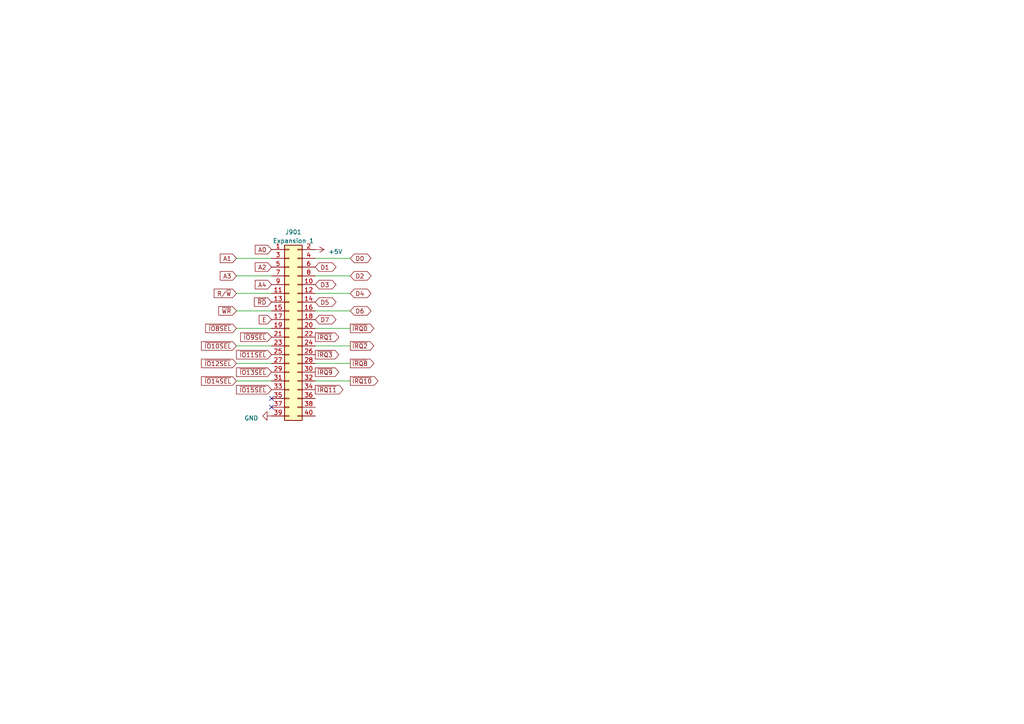
<source format=kicad_sch>
(kicad_sch (version 20230121) (generator eeschema)
  (paper "A4")
  (title_block (title "6809 Playground system board") (date "2023-06-27") (company "Copyright (c) 2022-2023 Jason R. Thorpe. See LICENSE."))
  (lib_symbols
    (symbol "Connector_Generic:Conn_02x20_Odd_Even" (pin_names (offset 1.016) hide)
      (property "Reference" "J" (at 1.27 25.4 0))
      (property "Value" "Conn_02x20_Odd_Even" (at 1.27 -27.94 0))
      (symbol "Conn_02x20_Odd_Even_1_1"
        (rectangle (start -1.27 -25.273) (end 0 -25.527) (stroke (width 0.1524)))
        (rectangle (start -1.27 -22.733) (end 0 -22.987) (stroke (width 0.1524)))
        (rectangle (start -1.27 -20.193) (end 0 -20.447) (stroke (width 0.1524)))
        (rectangle (start -1.27 -17.653) (end 0 -17.907) (stroke (width 0.1524)))
        (rectangle (start -1.27 -15.113) (end 0 -15.367) (stroke (width 0.1524)))
        (rectangle (start -1.27 -12.573) (end 0 -12.827) (stroke (width 0.1524)))
        (rectangle (start -1.27 -10.033) (end 0 -10.287) (stroke (width 0.1524)))
        (rectangle (start -1.27 -7.493) (end 0 -7.747) (stroke (width 0.1524)))
        (rectangle (start -1.27 -4.953) (end 0 -5.207) (stroke (width 0.1524)))
        (rectangle (start -1.27 -2.413) (end 0 -2.667) (stroke (width 0.1524)))
        (rectangle (start -1.27 0.127) (end 0 -0.127) (stroke (width 0.1524)))
        (rectangle (start -1.27 2.667) (end 0 2.413) (stroke (width 0.1524)))
        (rectangle (start -1.27 5.207) (end 0 4.953) (stroke (width 0.1524)))
        (rectangle (start -1.27 7.747) (end 0 7.493) (stroke (width 0.1524)))
        (rectangle (start -1.27 10.287) (end 0 10.033) (stroke (width 0.1524)))
        (rectangle (start -1.27 12.827) (end 0 12.573) (stroke (width 0.1524)))
        (rectangle (start -1.27 15.367) (end 0 15.113) (stroke (width 0.1524)))
        (rectangle (start -1.27 17.907) (end 0 17.653) (stroke (width 0.1524)))
        (rectangle (start -1.27 20.447) (end 0 20.193) (stroke (width 0.1524)))
        (rectangle (start -1.27 22.987) (end 0 22.733) (stroke (width 0.1524)))
        (rectangle (start -1.27 24.13) (end 3.81 -26.67) (stroke (width 0.254)) (fill (type background)))
        (rectangle (start 3.81 -25.273) (end 2.54 -25.527) (stroke (width 0.1524)))
        (rectangle (start 3.81 -22.733) (end 2.54 -22.987) (stroke (width 0.1524)))
        (rectangle (start 3.81 -20.193) (end 2.54 -20.447) (stroke (width 0.1524)))
        (rectangle (start 3.81 -17.653) (end 2.54 -17.907) (stroke (width 0.1524)))
        (rectangle (start 3.81 -15.113) (end 2.54 -15.367) (stroke (width 0.1524)))
        (rectangle (start 3.81 -12.573) (end 2.54 -12.827) (stroke (width 0.1524)))
        (rectangle (start 3.81 -10.033) (end 2.54 -10.287) (stroke (width 0.1524)))
        (rectangle (start 3.81 -7.493) (end 2.54 -7.747) (stroke (width 0.1524)))
        (rectangle (start 3.81 -4.953) (end 2.54 -5.207) (stroke (width 0.1524)))
        (rectangle (start 3.81 -2.413) (end 2.54 -2.667) (stroke (width 0.1524)))
        (rectangle (start 3.81 0.127) (end 2.54 -0.127) (stroke (width 0.1524)))
        (rectangle (start 3.81 2.667) (end 2.54 2.413) (stroke (width 0.1524)))
        (rectangle (start 3.81 5.207) (end 2.54 4.953) (stroke (width 0.1524)))
        (rectangle (start 3.81 7.747) (end 2.54 7.493) (stroke (width 0.1524)))
        (rectangle (start 3.81 10.287) (end 2.54 10.033) (stroke (width 0.1524)))
        (rectangle (start 3.81 12.827) (end 2.54 12.573) (stroke (width 0.1524)))
        (rectangle (start 3.81 15.367) (end 2.54 15.113) (stroke (width 0.1524)))
        (rectangle (start 3.81 17.907) (end 2.54 17.653) (stroke (width 0.1524)))
        (rectangle (start 3.81 20.447) (end 2.54 20.193) (stroke (width 0.1524)))
        (rectangle (start 3.81 22.987) (end 2.54 22.733) (stroke (width 0.1524)))
        (pin passive line (at -5.08 22.86 0) (length 3.81) (name "Pin_1") (number "1"))
        (pin passive line (at 7.62 12.7 180) (length 3.81) (name "Pin_10") (number "10"))
        (pin passive line (at -5.08 10.16 0) (length 3.81) (name "Pin_11") (number "11"))
        (pin passive line (at 7.62 10.16 180) (length 3.81) (name "Pin_12") (number "12"))
        (pin passive line (at -5.08 7.62 0) (length 3.81) (name "Pin_13") (number "13"))
        (pin passive line (at 7.62 7.62 180) (length 3.81) (name "Pin_14") (number "14"))
        (pin passive line (at -5.08 5.08 0) (length 3.81) (name "Pin_15") (number "15"))
        (pin passive line (at 7.62 5.08 180) (length 3.81) (name "Pin_16") (number "16"))
        (pin passive line (at -5.08 2.54 0) (length 3.81) (name "Pin_17") (number "17"))
        (pin passive line (at 7.62 2.54 180) (length 3.81) (name "Pin_18") (number "18"))
        (pin passive line (at -5.08 0 0) (length 3.81) (name "Pin_19") (number "19"))
        (pin passive line (at 7.62 22.86 180) (length 3.81) (name "Pin_2") (number "2"))
        (pin passive line (at 7.62 0 180) (length 3.81) (name "Pin_20") (number "20"))
        (pin passive line (at -5.08 -2.54 0) (length 3.81) (name "Pin_21") (number "21"))
        (pin passive line (at 7.62 -2.54 180) (length 3.81) (name "Pin_22") (number "22"))
        (pin passive line (at -5.08 -5.08 0) (length 3.81) (name "Pin_23") (number "23"))
        (pin passive line (at 7.62 -5.08 180) (length 3.81) (name "Pin_24") (number "24"))
        (pin passive line (at -5.08 -7.62 0) (length 3.81) (name "Pin_25") (number "25"))
        (pin passive line (at 7.62 -7.62 180) (length 3.81) (name "Pin_26") (number "26"))
        (pin passive line (at -5.08 -10.16 0) (length 3.81) (name "Pin_27") (number "27"))
        (pin passive line (at 7.62 -10.16 180) (length 3.81) (name "Pin_28") (number "28"))
        (pin passive line (at -5.08 -12.7 0) (length 3.81) (name "Pin_29") (number "29"))
        (pin passive line (at -5.08 20.32 0) (length 3.81) (name "Pin_3") (number "3"))
        (pin passive line (at 7.62 -12.7 180) (length 3.81) (name "Pin_30") (number "30"))
        (pin passive line (at -5.08 -15.24 0) (length 3.81) (name "Pin_31") (number "31"))
        (pin passive line (at 7.62 -15.24 180) (length 3.81) (name "Pin_32") (number "32"))
        (pin passive line (at -5.08 -17.78 0) (length 3.81) (name "Pin_33") (number "33"))
        (pin passive line (at 7.62 -17.78 180) (length 3.81) (name "Pin_34") (number "34"))
        (pin passive line (at -5.08 -20.32 0) (length 3.81) (name "Pin_35") (number "35"))
        (pin passive line (at 7.62 -20.32 180) (length 3.81) (name "Pin_36") (number "36"))
        (pin passive line (at -5.08 -22.86 0) (length 3.81) (name "Pin_37") (number "37"))
        (pin passive line (at 7.62 -22.86 180) (length 3.81) (name "Pin_38") (number "38"))
        (pin passive line (at -5.08 -25.4 0) (length 3.81) (name "Pin_39") (number "39"))
        (pin passive line (at 7.62 20.32 180) (length 3.81) (name "Pin_4") (number "4"))
        (pin passive line (at 7.62 -25.4 180) (length 3.81) (name "Pin_40") (number "40"))
        (pin passive line (at -5.08 17.78 0) (length 3.81) (name "Pin_5") (number "5"))
        (pin passive line (at 7.62 17.78 180) (length 3.81) (name "Pin_6") (number "6"))
        (pin passive line (at -5.08 15.24 0) (length 3.81) (name "Pin_7") (number "7"))
        (pin passive line (at 7.62 15.24 180) (length 3.81) (name "Pin_8") (number "8"))
        (pin passive line (at -5.08 12.7 0) (length 3.81) (name "Pin_9") (number "9"))
      )
    )
    (symbol "power:+5V" (power) (pin_names (offset 0))
      (property "Value" "+5V" (at 0 3.556 0))
      (symbol "+5V_0_1"
        (polyline (pts (xy -0.762 1.27) (xy 0 2.54)))
        (polyline (pts (xy 0 0) (xy 0 2.54)))
        (polyline (pts (xy 0 2.54) (xy 0.762 1.27)))
      )
      (symbol "+5V_1_1"
        (pin power_in line (at 0 0 90) (length 0) hide (name "+5V") (number "1"))
      )
    )
    (symbol "power:GND" (power) (pin_names (offset 0))
      (property "Value" "GND" (at 0 -3.81 0))
      (symbol "GND_0_1"
        (polyline (pts (xy 0 0) (xy 0 -1.27) (xy 1.27 -1.27) (xy 0 -2.54) (xy -1.27 -1.27) (xy 0 -1.27)))
      )
      (symbol "GND_1_1"
        (pin power_in line (at 0 0 270) (length 0) hide (name "GND") (number "1"))
      )
    )
  )
  (no_connect (at 78.74 118.11))
  (no_connect (at 78.74 115.57))
  (wire (pts (xy 68.58 74.93) (xy 78.74 74.93)))
  (wire (pts (xy 68.58 110.49) (xy 78.74 110.49)))
  (wire (pts (xy 91.44 105.41) (xy 101.6 105.41)))
  (wire (pts (xy 91.44 100.33) (xy 101.6 100.33)))
  (wire (pts (xy 68.58 85.09) (xy 78.74 85.09)))
  (wire (pts (xy 91.44 110.49) (xy 101.6 110.49)))
  (wire (pts (xy 68.58 90.17) (xy 78.74 90.17)))
  (wire (pts (xy 91.44 74.93) (xy 101.6 74.93)))
  (wire (pts (xy 68.58 105.41) (xy 78.74 105.41)))
  (wire (pts (xy 91.44 95.25) (xy 101.6 95.25)))
  (wire (pts (xy 68.58 95.25) (xy 78.74 95.25)))
  (wire (pts (xy 68.58 80.01) (xy 78.74 80.01)))
  (wire (pts (xy 91.44 80.01) (xy 101.6 80.01)))
  (wire (pts (xy 91.44 85.09) (xy 101.6 85.09)))
  (wire (pts (xy 68.58 100.33) (xy 78.74 100.33)))
  (wire (pts (xy 91.44 90.17) (xy 101.6 90.17)))
  (global_label "D7" (shape bidirectional) (at 91.44 92.71 0) (property "Intersheetrefs" "${INTERSHEET_REFS}" (effects hide)))
  (global_label "~{IO12SEL}" (shape input) (at 68.58 105.41 180) (property "Intersheetrefs" "${INTERSHEET_REFS}" (effects hide)))
  (global_label "~{IRQ0}" (shape output) (at 101.6 95.25 0) (property "Intersheetrefs" "${INTERSHEET_REFS}" (effects hide)))
  (global_label "~{IO10SEL}" (shape input) (at 68.58 100.33 180) (property "Intersheetrefs" "${INTERSHEET_REFS}" (effects hide)))
  (global_label "A1" (shape input) (at 68.58 74.93 180) (property "Intersheetrefs" "${INTERSHEET_REFS}" (effects hide)))
  (global_label "~{IRQ3}" (shape output) (at 91.44 102.87 0) (property "Intersheetrefs" "${INTERSHEET_REFS}" (effects hide)))
  (global_label "~{WR}" (shape input) (at 68.58 90.17 180) (property "Intersheetrefs" "${INTERSHEET_REFS}" (effects hide)))
  (global_label "~{RD}" (shape input) (at 78.74 87.63 180) (property "Intersheetrefs" "${INTERSHEET_REFS}" (effects hide)))
  (global_label "~{IRQ2}" (shape output) (at 101.6 100.33 0) (property "Intersheetrefs" "${INTERSHEET_REFS}" (effects hide)))
  (global_label "~{IRQ10}" (shape output) (at 101.6 110.49 0) (property "Intersheetrefs" "${INTERSHEET_REFS}" (effects hide)))
  (global_label "D3" (shape bidirectional) (at 91.44 82.55 0) (property "Intersheetrefs" "${INTERSHEET_REFS}" (effects hide)))
  (global_label "~{IO15SEL}" (shape input) (at 78.74 113.03 180) (property "Intersheetrefs" "${INTERSHEET_REFS}" (effects hide)))
  (global_label "~{IO9SEL}" (shape input) (at 78.74 97.79 180) (property "Intersheetrefs" "${INTERSHEET_REFS}" (effects hide)))
  (global_label "~{IRQ1}" (shape output) (at 91.44 97.79 0) (property "Intersheetrefs" "${INTERSHEET_REFS}" (effects hide)))
  (global_label "A4" (shape input) (at 78.74 82.55 180) (property "Intersheetrefs" "${INTERSHEET_REFS}" (effects hide)))
  (global_label "A2" (shape input) (at 78.74 77.47 180) (property "Intersheetrefs" "${INTERSHEET_REFS}" (effects hide)))
  (global_label "D6" (shape bidirectional) (at 101.6 90.17 0) (property "Intersheetrefs" "${INTERSHEET_REFS}" (effects hide)))
  (global_label "D5" (shape bidirectional) (at 91.44 87.63 0) (property "Intersheetrefs" "${INTERSHEET_REFS}" (effects hide)))
  (global_label "E" (shape input) (at 78.74 92.71 180) (property "Intersheetrefs" "${INTERSHEET_REFS}" (effects hide)))
  (global_label "~{IO13SEL}" (shape input) (at 78.74 107.95 180) (property "Intersheetrefs" "${INTERSHEET_REFS}" (effects hide)))
  (global_label "~{IRQ8}" (shape output) (at 101.6 105.41 0) (property "Intersheetrefs" "${INTERSHEET_REFS}" (effects hide)))
  (global_label "A0" (shape input) (at 78.74 72.39 180) (property "Intersheetrefs" "${INTERSHEET_REFS}" (effects hide)))
  (global_label "D2" (shape bidirectional) (at 101.6 80.01 0) (property "Intersheetrefs" "${INTERSHEET_REFS}" (effects hide)))
  (global_label "~{IRQ11}" (shape output) (at 91.44 113.03 0) (property "Intersheetrefs" "${INTERSHEET_REFS}" (effects hide)))
  (global_label "R{slash}~{W}" (shape input) (at 68.58 85.09 180) (property "Intersheetrefs" "${INTERSHEET_REFS}" (effects hide)))
  (global_label "~{IO8SEL}" (shape input) (at 68.58 95.25 180) (property "Intersheetrefs" "${INTERSHEET_REFS}" (effects hide)))
  (global_label "D0" (shape bidirectional) (at 101.6 74.93 0) (property "Intersheetrefs" "${INTERSHEET_REFS}" (effects hide)))
  (global_label "~{IO11SEL}" (shape input) (at 78.74 102.87 180) (property "Intersheetrefs" "${INTERSHEET_REFS}" (effects hide)))
  (global_label "~{IRQ9}" (shape output) (at 91.44 107.95 0) (property "Intersheetrefs" "${INTERSHEET_REFS}" (effects hide)))
  (global_label "~{IO14SEL}" (shape input) (at 68.58 110.49 180) (property "Intersheetrefs" "${INTERSHEET_REFS}" (effects hide)))
  (global_label "D4" (shape bidirectional) (at 101.6 85.09 0) (property "Intersheetrefs" "${INTERSHEET_REFS}" (effects hide)))
  (global_label "A3" (shape input) (at 68.58 80.01 180) (property "Intersheetrefs" "${INTERSHEET_REFS}" (effects hide)))
  (global_label "D1" (shape bidirectional) (at 91.44 77.47 0) (property "Intersheetrefs" "${INTERSHEET_REFS}" (effects hide)))
  (symbol (lib_id "power:+5V") (at 91.44 72.39 270) (unit 1)
    (property "Reference" "#PWR0902" (effects hide))
    (property "Value" "+5V" (at 95.25 73.025 90) (effects (justify left)))
  )
  (symbol (lib_id "power:GND") (at 78.74 120.65 270) (unit 1)
    (property "Reference" "#PWR0901" (effects hide))
    (property "Value" "GND" (at 74.93 121.285 90) (effects (justify right)))
  )
  (symbol (lib_id "Connector_Generic:Conn_02x20_Odd_Even") (at 83.82 95.25 0) (unit 1)
    (property "Reference" "J901" (at 85.09 67.31 0))
    (property "Value" "Expansion 1" (at 85.09 69.85 0))
    (property "Footprint" "Connector_PinHeader_2.54mm:PinHeader_2x20_P2.54mm_Vertical" (effects hide))
  )
)
</source>
